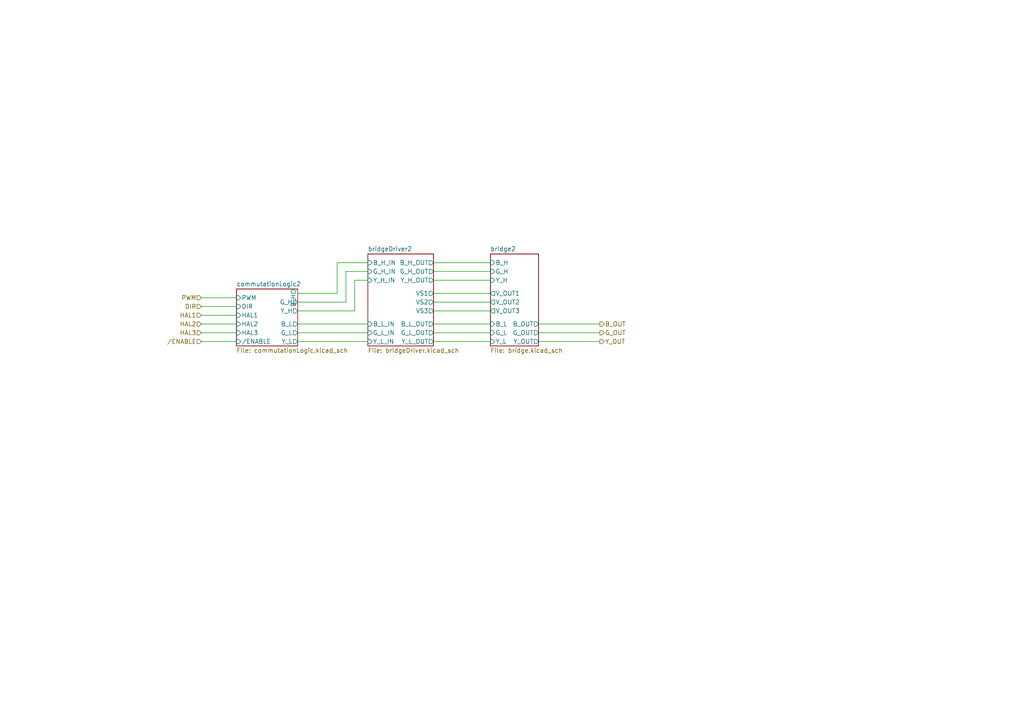
<source format=kicad_sch>
(kicad_sch (version 20230121) (generator eeschema)
  (paper "A4")
  (lib_symbols)
  (wire (pts (xy 125.73 99.06) (xy 142.24 99.06)))
  (wire (pts (xy 156.21 99.06) (xy 173.99 99.06)))
  (wire (pts (xy 125.73 85.09) (xy 142.24 85.09)))
  (wire (pts (xy 86.36 90.17) (xy 102.87 90.17)))
  (wire (pts (xy 156.21 93.98) (xy 173.99 93.98)))
  (wire (pts (xy 58.42 99.06) (xy 68.58 99.06)))
  (wire (pts (xy 125.73 76.2) (xy 142.24 76.2)))
  (wire (pts (xy 125.73 81.28) (xy 142.24 81.28)))
  (wire (pts (xy 97.79 76.2) (xy 106.68 76.2)))
  (wire (pts (xy 86.36 85.09) (xy 97.79 85.09)))
  (wire (pts (xy 58.42 96.52) (xy 68.58 96.52)))
  (wire (pts (xy 86.36 87.63) (xy 100.33 87.63)))
  (wire (pts (xy 86.36 99.06) (xy 106.68 99.06)))
  (wire (pts (xy 125.73 90.17) (xy 142.24 90.17)))
  (wire (pts (xy 102.87 81.28) (xy 106.68 81.28)))
  (wire (pts (xy 156.21 96.52) (xy 173.99 96.52)))
  (wire (pts (xy 86.36 93.98) (xy 106.68 93.98)))
  (wire (pts (xy 58.42 88.9) (xy 68.58 88.9)))
  (wire (pts (xy 125.73 87.63) (xy 142.24 87.63)))
  (wire (pts (xy 125.73 96.52) (xy 142.24 96.52)))
  (wire (pts (xy 100.33 78.74) (xy 106.68 78.74)))
  (wire (pts (xy 102.87 90.17) (xy 102.87 81.28)))
  (wire (pts (xy 58.42 93.98) (xy 68.58 93.98)))
  (wire (pts (xy 125.73 93.98) (xy 142.24 93.98)))
  (wire (pts (xy 97.79 85.09) (xy 97.79 76.2)))
  (wire (pts (xy 100.33 87.63) (xy 100.33 78.74)))
  (wire (pts (xy 86.36 96.52) (xy 106.68 96.52)))
  (wire (pts (xy 58.42 86.36) (xy 68.58 86.36)))
  (wire (pts (xy 58.42 91.44) (xy 68.58 91.44)))
  (wire (pts (xy 125.73 78.74) (xy 142.24 78.74)))
  (hierarchical_label "G_OUT" (shape output) (at 173.99 96.52 0))
  (hierarchical_label "PWM" (shape input) (at 58.42 86.36 180))
  (hierarchical_label "{slash}ENABLE" (shape input) (at 58.42 99.06 180))
  (hierarchical_label "B_OUT" (shape output) (at 173.99 93.98 0))
  (hierarchical_label "DIR" (shape input) (at 58.42 88.9 180))
  (hierarchical_label "HAL3" (shape input) (at 58.42 96.52 180))
  (hierarchical_label "HAL2" (shape input) (at 58.42 93.98 180))
  (hierarchical_label "Y_OUT" (shape output) (at 173.99 99.06 0))
  (hierarchical_label "HAL1" (shape input) (at 58.42 91.44 180))
  (sheet (at 68.58 83.82) (size 17.78 16.51) (stroke (width 0.1524))
    (property "Sheetname" "commutationLogic2" (at 68.58 83.1084 0) (effects (justify left bottom)))
    (property "Sheetfile" "commutationLogic.kicad_sch" (at 68.58 100.9146 0) (effects (justify left top)))
    (pin "HAL2" input (at 68.58 93.98 180))
    (pin "HAL1" input (at 68.58 91.44 180))
    (pin "B_H" output (at 85.09 83.82 90))
    (pin "G_H" output (at 86.36 87.63 0))
    (pin "Y_H" output (at 86.36 90.17 0))
    (pin "B_L" output (at 86.36 93.98 0))
    (pin "G_L" output (at 86.36 96.52 0))
    (pin "Y_L" output (at 86.36 99.06 0))
    (pin "PWM" input (at 68.58 86.36 180))
    (pin "DIR" input (at 68.58 88.9 180))
    (pin "HAL3" input (at 68.58 96.52 180))
    (pin "{slash}ENABLE" input (at 68.58 99.06 180))
  )
  (sheet (at 142.24 73.66) (size 13.97 26.67) (stroke (width 0.1524))
    (property "Sheetname" "bridge2" (at 142.24 72.9484 0) (effects (justify left bottom)))
    (property "Sheetfile" "bridge.kicad_sch" (at 142.24 100.9146 0) (effects (justify left top)))
    (pin "G_H" input (at 142.24 78.74 180))
    (pin "Y_L" input (at 142.24 99.06 180))
    (pin "Y_OUT" output (at 156.21 99.06 0))
    (pin "Y_H" input (at 142.24 81.28 180))
    (pin "G_OUT" output (at 156.21 96.52 0))
    (pin "G_L" input (at 142.24 96.52 180))
    (pin "B_L" input (at 142.24 93.98 180))
    (pin "B_OUT" output (at 156.21 93.98 0))
    (pin "B_H" input (at 142.24 76.2 180))
    (pin "V_OUT2" output (at 142.24 87.63 180))
    (pin "V_OUT1" output (at 142.24 85.09 180))
    (pin "V_OUT3" output (at 142.24 90.17 180))
  )
  (sheet (at 106.68 73.66) (size 19.05 26.67) (stroke (width 0.1524))
    (property "Sheetname" "bridgeDriver2" (at 106.68 72.9484 0) (effects (justify left bottom)))
    (property "Sheetfile" "bridgeDriver.kicad_sch" (at 106.68 100.9146 0) (effects (justify left top)))
    (pin "VS3" output (at 125.73 90.17 0))
    (pin "VS1" output (at 125.73 85.09 0))
    (pin "VS2" output (at 125.73 87.63 0))
    (pin "Y_L_IN" input (at 106.68 99.06 180))
    (pin "G_H_IN" input (at 106.68 78.74 180))
    (pin "Y_H_IN" input (at 106.68 81.28 180))
    (pin "B_H_IN" input (at 106.68 76.2 180))
    (pin "B_L_IN" input (at 106.68 93.98 180))
    (pin "G_L_IN" input (at 106.68 96.52 180))
    (pin "G_L_OUT" output (at 125.73 96.52 0))
    (pin "Y_L_OUT" output (at 125.73 99.06 0))
    (pin "B_L_OUT" output (at 125.73 93.98 0))
    (pin "Y_H_OUT" output (at 125.73 81.28 0))
    (pin "G_H_OUT" output (at 125.73 78.74 0))
    (pin "B_H_OUT" output (at 125.73 76.2 0))
  )
)
</source>
